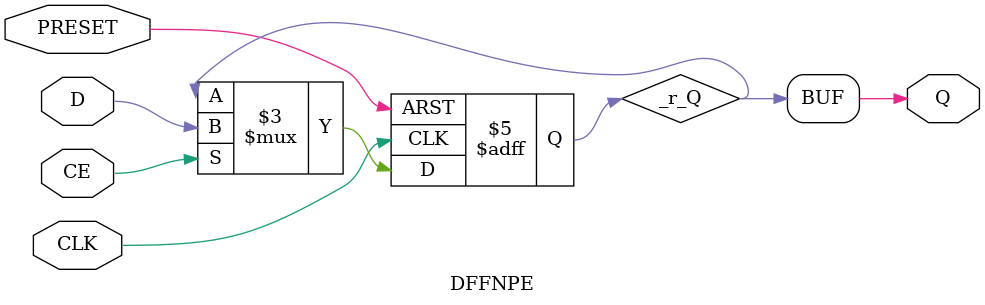
<source format=v>
`ifdef verilator3
`else
`timescale 1 ps / 1 ps
`endif

module DFFNPE
#(
    parameter INIT = 1'b1
)
(
    input  PRESET,
    input  CLK,
    input  CE,
    input  D,
    output Q
);

    reg _r_Q;

    initial begin
        _r_Q = INIT;
    end

    always @(posedge PRESET or negedge CLK) begin
    
        if (PRESET) begin
            _r_Q <= 1'b1;
        end
        else if (CE) begin
            _r_Q <= D;
        end
    end

    assign Q = _r_Q;

endmodule

</source>
